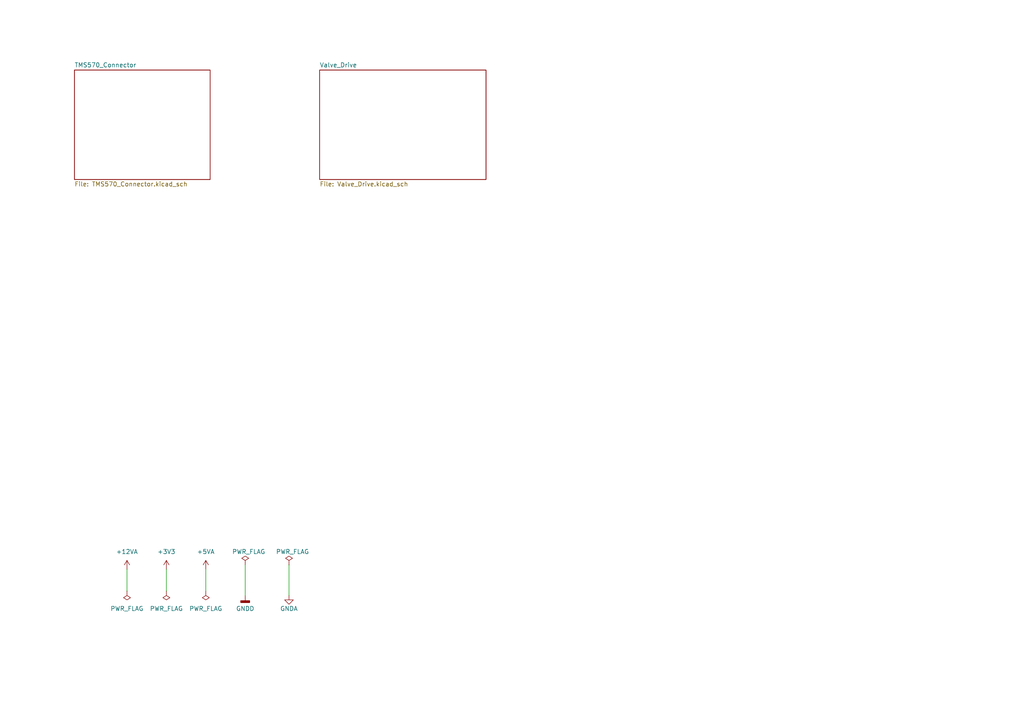
<source format=kicad_sch>
(kicad_sch (version 20211123) (generator eeschema)
  (paper "A4")
  (title_block (title "Traffic_Control_Board") (date "2022-06-21") (rev "rev00") (company "EddiAcademy"))
  (lib_symbols
    (symbol "power:+12VA" (power) (pin_names (offset 0))
      (property "Value" "+12VA" (at 0 3.556 0))
      (symbol "+12VA_0_1"
        (polyline (pts (xy -0.762 1.27) (xy 0 2.54)))
        (polyline (pts (xy 0 0) (xy 0 2.54)))
        (polyline (pts (xy 0 2.54) (xy 0.762 1.27)))
      )
      (symbol "+12VA_1_1"
        (pin power_in line (at 0 0 90) (length 0) hide (name "+12VA") (number "1"))
      )
    )
    (symbol "power:+3V3" (power) (pin_names (offset 0))
      (property "Value" "+3V3" (at 0 3.556 0))
      (symbol "+3V3_0_1"
        (polyline (pts (xy -0.762 1.27) (xy 0 2.54)))
        (polyline (pts (xy 0 0) (xy 0 2.54)))
        (polyline (pts (xy 0 2.54) (xy 0.762 1.27)))
      )
      (symbol "+3V3_1_1"
        (pin power_in line (at 0 0 90) (length 0) hide (name "+3V3") (number "1"))
      )
    )
    (symbol "power:+5VA" (power) (pin_names (offset 0))
      (property "Value" "+5VA" (at 0 3.556 0))
      (symbol "+5VA_0_1"
        (polyline (pts (xy -0.762 1.27) (xy 0 2.54)))
        (polyline (pts (xy 0 0) (xy 0 2.54)))
        (polyline (pts (xy 0 2.54) (xy 0.762 1.27)))
      )
      (symbol "+5VA_1_1"
        (pin power_in line (at 0 0 90) (length 0) hide (name "+5VA") (number "1"))
      )
    )
    (symbol "power:GNDA" (power) (pin_names (offset 0))
      (property "Value" "GNDA" (at 0 -3.81 0))
      (symbol "GNDA_0_1"
        (polyline (pts (xy 0 0) (xy 0 -1.27) (xy 1.27 -1.27) (xy 0 -2.54) (xy -1.27 -1.27) (xy 0 -1.27)))
      )
      (symbol "GNDA_1_1"
        (pin power_in line (at 0 0 270) (length 0) hide (name "GNDA") (number "1"))
      )
    )
    (symbol "power:GNDD" (power) (pin_names (offset 0))
      (property "Value" "GNDD" (at 0 -3.175 0))
      (symbol "GNDD_0_1"
        (rectangle (start -1.27 -1.524) (end 1.27 -2.032) (stroke (width 0.254)) (fill (type outline)))
        (polyline (pts (xy 0 0) (xy 0 -1.524)))
      )
      (symbol "GNDD_1_1"
        (pin power_in line (at 0 0 270) (length 0) hide (name "GNDD") (number "1"))
      )
    )
    (symbol "power:PWR_FLAG" (power) (pin_numbers hide) (pin_names (offset 0) hide)
      (property "Value" "PWR_FLAG" (at 0 3.81 0))
      (symbol "PWR_FLAG_0_0"
        (pin power_out line (at 0 0 90) (length 0) (name "pwr") (number "1"))
      )
      (symbol "PWR_FLAG_0_1"
        (polyline (pts (xy 0 0) (xy 0 1.27) (xy -1.016 1.905) (xy 0 2.54) (xy 1.016 1.905) (xy 0 1.27)))
      )
    )
  )
  (wire (pts (xy 83.82 163.83) (xy 83.82 172.72)))
  (wire (pts (xy 71.12 163.83) (xy 71.12 172.72)))
  (wire (pts (xy 48.26 165.1) (xy 48.26 171.45)))
  (wire (pts (xy 59.69 165.1) (xy 59.69 171.45)))
  (wire (pts (xy 36.83 165.1) (xy 36.83 171.45)))
  (symbol (lib_id "power:GNDD") (at 71.12 172.72 0) (unit 1)
    (property "Reference" "#PWR0108" (effects hide))
    (property "Value" "GNDD" (at 71.12 176.53 0))
  )
  (symbol (lib_id "power:PWR_FLAG") (at 83.82 163.83 0) (unit 1)
    (property "Reference" "#FLG0105" (effects hide))
    (property "Value" "PWR_FLAG" (at 80.01 160.02 0) (effects (justify left)))
  )
  (symbol (lib_id "power:PWR_FLAG") (at 48.26 171.45 180) (unit 1)
    (property "Reference" "#FLG0101" (effects hide))
    (property "Value" "PWR_FLAG" (at 48.26 176.53 0))
  )
  (symbol (lib_id "power:GNDA") (at 83.82 172.72 0) (unit 1)
    (property "Reference" "#PWR0107" (effects hide))
    (property "Value" "GNDA" (at 83.82 176.53 0))
  )
  (symbol (lib_id "power:PWR_FLAG") (at 71.12 163.83 0) (unit 1)
    (property "Reference" "#FLG0104" (effects hide))
    (property "Value" "PWR_FLAG" (at 67.31 160.02 0) (effects (justify left)))
  )
  (symbol (lib_id "power:+5VA") (at 59.69 165.1 0) (unit 1)
    (property "Reference" "#PWR0103" (effects hide))
    (property "Value" "+5VA" (at 59.69 160.02 0))
  )
  (symbol (lib_id "power:PWR_FLAG") (at 36.83 171.45 180) (unit 1)
    (property "Reference" "#FLG0103" (effects hide))
    (property "Value" "PWR_FLAG" (at 36.83 176.53 0))
  )
  (symbol (lib_id "power:PWR_FLAG") (at 59.69 171.45 180) (unit 1)
    (property "Reference" "#FLG0102" (effects hide))
    (property "Value" "PWR_FLAG" (at 59.69 176.53 0))
  )
  (symbol (lib_id "power:+3V3") (at 48.26 165.1 0) (unit 1)
    (property "Reference" "#PWR0102" (effects hide))
    (property "Value" "+3V3" (at 48.26 160.02 0))
  )
  (symbol (lib_id "power:+12VA") (at 36.83 165.1 0) (unit 1)
    (property "Reference" "#PWR0101" (effects hide))
    (property "Value" "+12VA" (at 36.83 160.02 0))
  )
  (sheet (at 92.71 20.32) (size 48.26 31.75) (stroke (width 0.1524))
    (property "Sheet name" "Valve_Drive" (at 92.71 19.6084 0) (effects (justify left bottom)))
    (property "Sheet file" "Valve_Drive.kicad_sch" (at 92.71 52.6546 0) (effects (justify left top)))
  )
  (sheet (at 21.59 20.32) (size 39.37 31.75) (stroke (width 0.1524))
    (property "Sheet name" "TMS570_Connector" (at 21.59 19.6084 0) (effects (justify left bottom)))
    (property "Sheet file" "TMS570_Connector.kicad_sch" (at 21.59 52.6546 0) (effects (justify left top)))
  )
)
</source>
